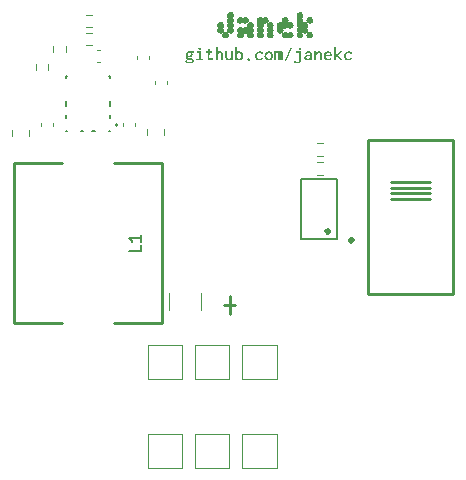
<source format=gto>
%TF.GenerationSoftware,KiCad,Pcbnew,9.0.6*%
%TF.CreationDate,2025-12-14T23:52:50+01:00*%
%TF.ProjectId,ledConnect,6c656443-6f6e-46e6-9563-742e6b696361,rev?*%
%TF.SameCoordinates,Original*%
%TF.FileFunction,Legend,Top*%
%TF.FilePolarity,Positive*%
%FSLAX46Y46*%
G04 Gerber Fmt 4.6, Leading zero omitted, Abs format (unit mm)*
G04 Created by KiCad (PCBNEW 9.0.6) date 2025-12-14 23:52:50*
%MOMM*%
%LPD*%
G01*
G04 APERTURE LIST*
%ADD10C,0.100000*%
%ADD11C,0.200000*%
%ADD12C,0.150000*%
%ADD13C,0.120000*%
%ADD14C,0.300000*%
%ADD15C,0.250000*%
G04 APERTURE END LIST*
D10*
G36*
X154653934Y-76047527D02*
G01*
X154631918Y-75935992D01*
X154568282Y-75841180D01*
X154565640Y-75838517D01*
X154605114Y-75790586D01*
X154633888Y-75735773D01*
X154653934Y-75628590D01*
X154631908Y-75515591D01*
X154568399Y-75420072D01*
X154523159Y-75383080D01*
X154470902Y-75355649D01*
X154359926Y-75334399D01*
X154247032Y-75356428D01*
X154151566Y-75419959D01*
X154114588Y-75465223D01*
X154087165Y-75517514D01*
X154065919Y-75628590D01*
X154087964Y-75740914D01*
X154151587Y-75836048D01*
X154154030Y-75838517D01*
X154114585Y-75886267D01*
X154085879Y-75940842D01*
X154065919Y-76047527D01*
X154087964Y-76159499D01*
X154151578Y-76254253D01*
X154154030Y-76256721D01*
X154114665Y-76304245D01*
X154085986Y-76358642D01*
X154065919Y-76465732D01*
X154087964Y-76577546D01*
X154151625Y-76672322D01*
X154154030Y-76674743D01*
X154114104Y-76724045D01*
X154085242Y-76779997D01*
X154065919Y-76885403D01*
X154087944Y-76998089D01*
X154151503Y-77093490D01*
X154196794Y-77130457D01*
X154249110Y-77157866D01*
X154359926Y-77179043D01*
X154472821Y-77157023D01*
X154568329Y-77093510D01*
X154605325Y-77048266D01*
X154632748Y-76996019D01*
X154653934Y-76885403D01*
X154631918Y-76773623D01*
X154568324Y-76678731D01*
X154565640Y-76676025D01*
X154605117Y-76628238D01*
X154633892Y-76573568D01*
X154653934Y-76466648D01*
X154631918Y-76354868D01*
X154568324Y-76259977D01*
X154565640Y-76257271D01*
X154605445Y-76208689D01*
X154634328Y-76153313D01*
X154653934Y-76047527D01*
G37*
G36*
X153813860Y-76885403D02*
G01*
X153791815Y-76773344D01*
X153728196Y-76678489D01*
X153725750Y-76676025D01*
X153765111Y-76628362D01*
X153793789Y-76573848D01*
X153813860Y-76466648D01*
X153791835Y-76354122D01*
X153728285Y-76258913D01*
X153682982Y-76222018D01*
X153630650Y-76194671D01*
X153519853Y-76173557D01*
X153406812Y-76195579D01*
X153311260Y-76259074D01*
X153274296Y-76304274D01*
X153246917Y-76356472D01*
X153225846Y-76466648D01*
X153247861Y-76578428D01*
X153311455Y-76673319D01*
X153314139Y-76676025D01*
X153274662Y-76723812D01*
X153245887Y-76778482D01*
X153225846Y-76885403D01*
X153247871Y-76998089D01*
X153311430Y-77093490D01*
X153356721Y-77130457D01*
X153409037Y-77157866D01*
X153519853Y-77179043D01*
X153632748Y-77157023D01*
X153728256Y-77093510D01*
X153765252Y-77048266D01*
X153792675Y-76996019D01*
X153813860Y-76885403D01*
G37*
G36*
X153939890Y-77009234D02*
G01*
X153826922Y-77031264D01*
X153731442Y-77094789D01*
X153694483Y-77140034D01*
X153667081Y-77192309D01*
X153645882Y-77303241D01*
X153667908Y-77416108D01*
X153731420Y-77511511D01*
X153776675Y-77548463D01*
X153828950Y-77575859D01*
X153939890Y-77597065D01*
X154052858Y-77575037D01*
X154148352Y-77511518D01*
X154185317Y-77466280D01*
X154212718Y-77414020D01*
X154233897Y-77303241D01*
X154211871Y-77190270D01*
X154148375Y-77094827D01*
X154103137Y-77057867D01*
X154050882Y-77030463D01*
X153939890Y-77009234D01*
G37*
G36*
X155199267Y-76344466D02*
G01*
X155311748Y-76322421D01*
X155406860Y-76258845D01*
X155409377Y-76256355D01*
X155457278Y-76295796D01*
X155512047Y-76324501D01*
X155619303Y-76344466D01*
X155732271Y-76322435D01*
X155827751Y-76258910D01*
X155864710Y-76213665D01*
X155892112Y-76161390D01*
X155913311Y-76050458D01*
X155891285Y-75937564D01*
X155827760Y-75842084D01*
X155782503Y-75805100D01*
X155730226Y-75777677D01*
X155619303Y-75756451D01*
X155507188Y-75778466D01*
X155412141Y-75842012D01*
X155409377Y-75844745D01*
X155361442Y-75805271D01*
X155306604Y-75776496D01*
X155199267Y-75756451D01*
X155086372Y-75778476D01*
X154990892Y-75842002D01*
X154953908Y-75887259D01*
X154926485Y-75939536D01*
X154905259Y-76050458D01*
X154927285Y-76163430D01*
X154990781Y-76258872D01*
X155036019Y-76295832D01*
X155088274Y-76323236D01*
X155199267Y-76344466D01*
G37*
G36*
X156333347Y-76892913D02*
G01*
X156311332Y-76780711D01*
X156247781Y-76685562D01*
X156245054Y-76682803D01*
X156284362Y-76635037D01*
X156313081Y-76580271D01*
X156333347Y-76471594D01*
X156311322Y-76358073D01*
X156247895Y-76262357D01*
X156202738Y-76225324D01*
X156150580Y-76197856D01*
X156039340Y-76176488D01*
X155926445Y-76198529D01*
X155831051Y-76262090D01*
X155794103Y-76307387D01*
X155766679Y-76359753D01*
X155745333Y-76471594D01*
X155751019Y-76530690D01*
X155767378Y-76584881D01*
X155830779Y-76680108D01*
X155833443Y-76682803D01*
X155829230Y-76687016D01*
X155781329Y-76647575D01*
X155726560Y-76618871D01*
X155619303Y-76598906D01*
X155506909Y-76620951D01*
X155411898Y-76684522D01*
X155409377Y-76687016D01*
X155361567Y-76647658D01*
X155306885Y-76618981D01*
X155199267Y-76598906D01*
X155087115Y-76619279D01*
X154991994Y-76681284D01*
X154954893Y-76725979D01*
X154927245Y-76777769D01*
X154905259Y-76890532D01*
X154927275Y-77002647D01*
X154990821Y-77097694D01*
X154993553Y-77100458D01*
X154953897Y-77147990D01*
X154925062Y-77202356D01*
X154905259Y-77307454D01*
X154927285Y-77418689D01*
X154990888Y-77512815D01*
X155036341Y-77549339D01*
X155088859Y-77576368D01*
X155199267Y-77597065D01*
X155312975Y-77575048D01*
X155408801Y-77511671D01*
X155445650Y-77466706D01*
X155472829Y-77414811D01*
X155493274Y-77307454D01*
X155471229Y-77196681D01*
X155407535Y-77102822D01*
X155405163Y-77100458D01*
X155409377Y-77096245D01*
X155455828Y-77136140D01*
X155508775Y-77165207D01*
X155619303Y-77186737D01*
X155680931Y-77178464D01*
X155737197Y-77159551D01*
X155829230Y-77096245D01*
X155833443Y-77100458D01*
X155793904Y-77147866D01*
X155765167Y-77202076D01*
X155745333Y-77307454D01*
X155767358Y-77418689D01*
X155830962Y-77512815D01*
X155876415Y-77549339D01*
X155928932Y-77576368D01*
X156039340Y-77597065D01*
X156153048Y-77575048D01*
X156248874Y-77511671D01*
X156285723Y-77466706D01*
X156312902Y-77414811D01*
X156333347Y-77307454D01*
X156311332Y-77196956D01*
X156247663Y-77103062D01*
X156245054Y-77100458D01*
X156283507Y-77055472D01*
X156311926Y-77003265D01*
X156333347Y-76892913D01*
G37*
G36*
X157088790Y-76256355D02*
G01*
X157136692Y-76295796D01*
X157191460Y-76324501D01*
X157298717Y-76344466D01*
X157411685Y-76322435D01*
X157507165Y-76258910D01*
X157544124Y-76213665D01*
X157571526Y-76161390D01*
X157592725Y-76050458D01*
X157570699Y-75937564D01*
X157507174Y-75842084D01*
X157461916Y-75805100D01*
X157409640Y-75777677D01*
X157298717Y-75756451D01*
X157186602Y-75778466D01*
X157091555Y-75842012D01*
X157088790Y-75844745D01*
X157040856Y-75805271D01*
X156986018Y-75776496D01*
X156878681Y-75756451D01*
X156765786Y-75778476D01*
X156670306Y-75842002D01*
X156633322Y-75887259D01*
X156605899Y-75939536D01*
X156584673Y-76050458D01*
X156606689Y-76162661D01*
X156670240Y-76257809D01*
X156672967Y-76260568D01*
X156633069Y-76308930D01*
X156604156Y-76363925D01*
X156584673Y-76467747D01*
X156606689Y-76577451D01*
X156670348Y-76670508D01*
X156672967Y-76673094D01*
X156632415Y-76723833D01*
X156603298Y-76781075D01*
X156584673Y-76884303D01*
X156606689Y-76995819D01*
X156670279Y-77090431D01*
X156672967Y-77093131D01*
X156633493Y-77141066D01*
X156604719Y-77195904D01*
X156584673Y-77303241D01*
X156606699Y-77416108D01*
X156670211Y-77511511D01*
X156715466Y-77548463D01*
X156767741Y-77575859D01*
X156878681Y-77597065D01*
X156991649Y-77575037D01*
X157087143Y-77511518D01*
X157124108Y-77466280D01*
X157151509Y-77414020D01*
X157172688Y-77303241D01*
X157150643Y-77190759D01*
X157087067Y-77095647D01*
X157084577Y-77093131D01*
X157123935Y-77045324D01*
X157152612Y-76990668D01*
X157172688Y-76883204D01*
X157150643Y-76770723D01*
X157087067Y-76675611D01*
X157084577Y-76673094D01*
X157124128Y-76626117D01*
X157152869Y-76572333D01*
X157172688Y-76467747D01*
X157150643Y-76357436D01*
X157084577Y-76260568D01*
X157088790Y-76256355D01*
G37*
G36*
X158012761Y-76883204D02*
G01*
X157990746Y-76771002D01*
X157927195Y-76675854D01*
X157924467Y-76673094D01*
X157963951Y-76625595D01*
X157992729Y-76571211D01*
X158012761Y-76464816D01*
X157990736Y-76352818D01*
X157927170Y-76258073D01*
X157881808Y-76221339D01*
X157829403Y-76194130D01*
X157718754Y-76173190D01*
X157605418Y-76195211D01*
X157509751Y-76258657D01*
X157472840Y-76303756D01*
X157445549Y-76355827D01*
X157424747Y-76464816D01*
X157446792Y-76576344D01*
X157510404Y-76670640D01*
X157512857Y-76673094D01*
X157472431Y-76723692D01*
X157443415Y-76780759D01*
X157424747Y-76884303D01*
X157446792Y-76996097D01*
X157510407Y-77090672D01*
X157512857Y-77093131D01*
X157473499Y-77140941D01*
X157444822Y-77195623D01*
X157424747Y-77303241D01*
X157446772Y-77416108D01*
X157510285Y-77511511D01*
X157555540Y-77548463D01*
X157607814Y-77575859D01*
X157718754Y-77597065D01*
X157831722Y-77575037D01*
X157927216Y-77511518D01*
X157964181Y-77466280D01*
X157991583Y-77414020D01*
X158012761Y-77303241D01*
X157990746Y-77191039D01*
X157927195Y-77095890D01*
X157924467Y-77093131D01*
X157963942Y-77045200D01*
X157992716Y-76990387D01*
X158012761Y-76883204D01*
G37*
G36*
X158852102Y-76887051D02*
G01*
X158830057Y-76777387D01*
X158763991Y-76680788D01*
X158768204Y-76676575D01*
X158816106Y-76716016D01*
X158870874Y-76744720D01*
X158978131Y-76764685D01*
X159090526Y-76742640D01*
X159185537Y-76679069D01*
X159188058Y-76676575D01*
X159235868Y-76715933D01*
X159290550Y-76744610D01*
X159398168Y-76764685D01*
X159511136Y-76742658D01*
X159606630Y-76679139D01*
X159643595Y-76633900D01*
X159670996Y-76581640D01*
X159692175Y-76470861D01*
X159670150Y-76357890D01*
X159606653Y-76262447D01*
X159561415Y-76225488D01*
X159509161Y-76198084D01*
X159398168Y-76176854D01*
X159285686Y-76198899D01*
X159190574Y-76262475D01*
X159188058Y-76264965D01*
X159184028Y-76260751D01*
X159223386Y-76212941D01*
X159252063Y-76158260D01*
X159272138Y-76050642D01*
X159250113Y-75937719D01*
X159186575Y-75842163D01*
X159141315Y-75805147D01*
X159089037Y-75777697D01*
X158978131Y-75756451D01*
X158865309Y-75778474D01*
X158769844Y-75842006D01*
X158732841Y-75887282D01*
X158705397Y-75939575D01*
X158684124Y-76050642D01*
X158706139Y-76162844D01*
X158769690Y-76257992D01*
X158772418Y-76260751D01*
X158768204Y-76264965D01*
X158720394Y-76225606D01*
X158665713Y-76196930D01*
X158558094Y-76176854D01*
X158445126Y-76198885D01*
X158349647Y-76262409D01*
X158312688Y-76307655D01*
X158285286Y-76359930D01*
X158264087Y-76470861D01*
X158286103Y-76582906D01*
X158349700Y-76678076D01*
X158352381Y-76680788D01*
X158312309Y-76729330D01*
X158283341Y-76784425D01*
X158264087Y-76887051D01*
X158286113Y-76997755D01*
X158349994Y-77092413D01*
X158395609Y-77129226D01*
X158448309Y-77156491D01*
X158558094Y-77177212D01*
X158670989Y-77155243D01*
X158766770Y-77091842D01*
X158803882Y-77046722D01*
X158831301Y-76994765D01*
X158852102Y-76887051D01*
G37*
G36*
X159398168Y-77009234D02*
G01*
X159285686Y-77031279D01*
X159190574Y-77094855D01*
X159188058Y-77097344D01*
X159140156Y-77057903D01*
X159085388Y-77029199D01*
X158978131Y-77009234D01*
X158865163Y-77031264D01*
X158769683Y-77094789D01*
X158732724Y-77140034D01*
X158705322Y-77192309D01*
X158684124Y-77303241D01*
X158706149Y-77416108D01*
X158769662Y-77511511D01*
X158814917Y-77548463D01*
X158867191Y-77575859D01*
X158978131Y-77597065D01*
X159090526Y-77575020D01*
X159185537Y-77511449D01*
X159188058Y-77508954D01*
X159235868Y-77548313D01*
X159290550Y-77576989D01*
X159398168Y-77597065D01*
X159511136Y-77575037D01*
X159606630Y-77511518D01*
X159643595Y-77466280D01*
X159670996Y-77414020D01*
X159692175Y-77303241D01*
X159670150Y-77190270D01*
X159606653Y-77094827D01*
X159561415Y-77057867D01*
X159509161Y-77030463D01*
X159398168Y-77009234D01*
G37*
G36*
X160348484Y-75355649D02*
G01*
X160400741Y-75383080D01*
X160445981Y-75420072D01*
X160509490Y-75515591D01*
X160531516Y-75628590D01*
X160511440Y-75736054D01*
X160482763Y-75790710D01*
X160443405Y-75838517D01*
X160445802Y-75840947D01*
X160509471Y-75936282D01*
X160531516Y-76048627D01*
X160511440Y-76156245D01*
X160482763Y-76210926D01*
X160443405Y-76258736D01*
X160447618Y-76262950D01*
X160450383Y-76260217D01*
X160545429Y-76196671D01*
X160657545Y-76174656D01*
X160768308Y-76195810D01*
X160820644Y-76223211D01*
X160865951Y-76260170D01*
X160929527Y-76355532D01*
X160951552Y-76468114D01*
X160931703Y-76574436D01*
X160902970Y-76629099D01*
X160863442Y-76676941D01*
X160865891Y-76679400D01*
X160929507Y-76773976D01*
X160951552Y-76885769D01*
X160930407Y-76996080D01*
X160902984Y-77048296D01*
X160865976Y-77093527D01*
X160770440Y-77157029D01*
X160657545Y-77179043D01*
X160550571Y-77159110D01*
X160495645Y-77130308D01*
X160447618Y-77090750D01*
X160443405Y-77094963D01*
X160445421Y-77096996D01*
X160509471Y-77192338D01*
X160531516Y-77303241D01*
X160510337Y-77414020D01*
X160482935Y-77466280D01*
X160445970Y-77511518D01*
X160350476Y-77575037D01*
X160237508Y-77597065D01*
X160126569Y-77575859D01*
X160074294Y-77548463D01*
X160029039Y-77511511D01*
X159965526Y-77416108D01*
X159943501Y-77303241D01*
X159964608Y-77193442D01*
X159993110Y-77140619D01*
X160031795Y-77094963D01*
X160029198Y-77092337D01*
X159965516Y-76997325D01*
X159943501Y-76885769D01*
X159963538Y-76779111D01*
X159992314Y-76724584D01*
X160031795Y-76676941D01*
X160031613Y-76676758D01*
X160443405Y-76676758D01*
X160447618Y-76680971D01*
X160451831Y-76676758D01*
X160447618Y-76672728D01*
X160443405Y-76676758D01*
X160031613Y-76676758D01*
X160029147Y-76674273D01*
X159965516Y-76579563D01*
X159943501Y-76468114D01*
X159963435Y-76361602D01*
X159992237Y-76306752D01*
X160031795Y-76258736D01*
X160029067Y-76255977D01*
X159965516Y-76160829D01*
X159943501Y-76048627D01*
X159963439Y-75941698D01*
X159992240Y-75886680D01*
X160031795Y-75838517D01*
X160029114Y-75835805D01*
X159965516Y-75740634D01*
X159943501Y-75628590D01*
X159964747Y-75517514D01*
X159992170Y-75465223D01*
X160029148Y-75419959D01*
X160124614Y-75356428D01*
X160237508Y-75334399D01*
X160348484Y-75355649D01*
G37*
G36*
X161188574Y-77030463D02*
G01*
X161240829Y-77057867D01*
X161286067Y-77094827D01*
X161349563Y-77190270D01*
X161371589Y-77303241D01*
X161350410Y-77414020D01*
X161323009Y-77466280D01*
X161286044Y-77511518D01*
X161190549Y-77575037D01*
X161077581Y-77597065D01*
X160966642Y-77575859D01*
X160914367Y-77548463D01*
X160869112Y-77511511D01*
X160805600Y-77416108D01*
X160783574Y-77303241D01*
X160804773Y-77192309D01*
X160832175Y-77140034D01*
X160869134Y-77094789D01*
X160964614Y-77031264D01*
X161077581Y-77009234D01*
X161188574Y-77030463D01*
G37*
G36*
X161188574Y-75777681D02*
G01*
X161240829Y-75805085D01*
X161286067Y-75842044D01*
X161349563Y-75937487D01*
X161371589Y-76050458D01*
X161350390Y-76161390D01*
X161322988Y-76213665D01*
X161286029Y-76258910D01*
X161190549Y-76322435D01*
X161077581Y-76344466D01*
X160966272Y-76323093D01*
X160914135Y-76295644D01*
X160868997Y-76258636D01*
X160805600Y-76162957D01*
X160783574Y-76049359D01*
X160804652Y-75939345D01*
X160832053Y-75887161D01*
X160869048Y-75841955D01*
X160964614Y-75778465D01*
X161077581Y-75756451D01*
X161188574Y-75777681D01*
G37*
D11*
G36*
X150929464Y-78671304D02*
G01*
X150987947Y-78692540D01*
X151041215Y-78728168D01*
X151099272Y-78694494D01*
X151160058Y-78674633D01*
X151224825Y-78667962D01*
X151235938Y-78669366D01*
X151247051Y-78670710D01*
X151265125Y-78670710D01*
X151285642Y-78810355D01*
X151255294Y-78804921D01*
X151216643Y-78800830D01*
X151165289Y-78806251D01*
X151115893Y-78822568D01*
X151136220Y-78874374D01*
X151143248Y-78934553D01*
X151138058Y-78985944D01*
X151122767Y-79033052D01*
X151097112Y-79076946D01*
X151059961Y-79118346D01*
X151016082Y-79152162D01*
X150968521Y-79176050D01*
X150916482Y-79190550D01*
X150858888Y-79195526D01*
X150811487Y-79191967D01*
X150769556Y-79181727D01*
X150740006Y-79216402D01*
X150732920Y-79237475D01*
X150739243Y-79252311D01*
X150762962Y-79265319D01*
X150798059Y-79271135D01*
X150863956Y-79273684D01*
X150915064Y-79273684D01*
X150967637Y-79273684D01*
X151060307Y-79279853D01*
X151121816Y-79295422D01*
X151160599Y-79313981D01*
X151191616Y-79336883D01*
X151215971Y-79364176D01*
X151234373Y-79395753D01*
X151245159Y-79428385D01*
X151248761Y-79462728D01*
X151243361Y-79508378D01*
X151227161Y-79551382D01*
X151199263Y-79592812D01*
X151157658Y-79633332D01*
X151110877Y-79663624D01*
X151052038Y-79686788D01*
X150978516Y-79701940D01*
X150887159Y-79707459D01*
X150791993Y-79703022D01*
X150717600Y-79691053D01*
X150660241Y-79673248D01*
X150616660Y-79650795D01*
X150576662Y-79618873D01*
X150550162Y-79585369D01*
X150534840Y-79549735D01*
X150529710Y-79510844D01*
X150533586Y-79484527D01*
X150678210Y-79484527D01*
X150684260Y-79512529D01*
X150702694Y-79535745D01*
X150737316Y-79555357D01*
X150800353Y-79572235D01*
X150883007Y-79578499D01*
X150949645Y-79574578D01*
X151000867Y-79564044D01*
X151039750Y-79548335D01*
X151075403Y-79523540D01*
X151094239Y-79497392D01*
X151100261Y-79468712D01*
X151095999Y-79443864D01*
X151083841Y-79425075D01*
X151062736Y-79410846D01*
X151029309Y-79401484D01*
X150958417Y-79398736D01*
X150931184Y-79398736D01*
X150875252Y-79397332D01*
X150754535Y-79391898D01*
X150708387Y-79424358D01*
X150685216Y-79454721D01*
X150678210Y-79484527D01*
X150533586Y-79484527D01*
X150535424Y-79472048D01*
X150553104Y-79433898D01*
X150584904Y-79395177D01*
X150634551Y-79355200D01*
X150611007Y-79328047D01*
X150597048Y-79296790D01*
X150592236Y-79260068D01*
X150599033Y-79217633D01*
X150620721Y-79173184D01*
X150660990Y-79125062D01*
X150618298Y-79084773D01*
X150588765Y-79040115D01*
X150570997Y-78990152D01*
X150564881Y-78933332D01*
X150566456Y-78918128D01*
X150713381Y-78918128D01*
X150718065Y-78955148D01*
X150731827Y-78987903D01*
X150755207Y-79017534D01*
X150785152Y-79040521D01*
X150818375Y-79054112D01*
X150856018Y-79058750D01*
X150893662Y-79054112D01*
X150926885Y-79040521D01*
X150956830Y-79017534D01*
X150980210Y-78987903D01*
X150993972Y-78955148D01*
X150998656Y-78918128D01*
X150994034Y-78881023D01*
X150980475Y-78848245D01*
X150957501Y-78818660D01*
X150927966Y-78795660D01*
X150894979Y-78782041D01*
X150857362Y-78777383D01*
X150819739Y-78782010D01*
X150786280Y-78795608D01*
X150755879Y-78818660D01*
X150732098Y-78848340D01*
X150718130Y-78881112D01*
X150713381Y-78918128D01*
X150566456Y-78918128D01*
X150570442Y-78879665D01*
X150586806Y-78830766D01*
X150614261Y-78785451D01*
X150654091Y-78742944D01*
X150700965Y-78708263D01*
X150751046Y-78683843D01*
X150805085Y-78669090D01*
X150864078Y-78664054D01*
X150929464Y-78671304D01*
G37*
G36*
X151477983Y-78824277D02*
G01*
X151477983Y-78687501D01*
X151816381Y-78687501D01*
X151816381Y-79293224D01*
X151992236Y-79293224D01*
X151992236Y-79430000D01*
X151468579Y-79430000D01*
X151468579Y-79293224D01*
X151656158Y-79293224D01*
X151656158Y-78824277D01*
X151477983Y-78824277D01*
G37*
G36*
X151663058Y-78544192D02*
G01*
X151646170Y-78522643D01*
X151636147Y-78498415D01*
X151632711Y-78470614D01*
X151636147Y-78442813D01*
X151646170Y-78418584D01*
X151663058Y-78397035D01*
X151684816Y-78380379D01*
X151709330Y-78370461D01*
X151737491Y-78367055D01*
X151765669Y-78370513D01*
X151790435Y-78380630D01*
X151812657Y-78397707D01*
X151830081Y-78419695D01*
X151840281Y-78443727D01*
X151843736Y-78470614D01*
X151840284Y-78497462D01*
X151830086Y-78521496D01*
X151812657Y-78543520D01*
X151790435Y-78560598D01*
X151765669Y-78570714D01*
X151737491Y-78574173D01*
X151709330Y-78570766D01*
X151684816Y-78560848D01*
X151663058Y-78544192D01*
G37*
G36*
X152434621Y-78687501D02*
G01*
X152448421Y-78489603D01*
X152607911Y-78463653D01*
X152614750Y-78477330D01*
X152618841Y-78495099D01*
X152616765Y-78512868D01*
X152611331Y-78526484D01*
X152607911Y-78533323D01*
X152591730Y-78683593D01*
X152829501Y-78683593D01*
X152829501Y-78824277D01*
X152586296Y-78824277D01*
X152578157Y-78949845D01*
X152575488Y-79071085D01*
X152575488Y-79143808D01*
X152575488Y-79186978D01*
X152575488Y-79201327D01*
X152588988Y-79243216D01*
X152610181Y-79270714D01*
X152639358Y-79287253D01*
X152679291Y-79293224D01*
X152723034Y-79287111D01*
X152773731Y-79266951D01*
X152833592Y-79228804D01*
X152855451Y-79213722D01*
X152907414Y-79346346D01*
X152895141Y-79355872D01*
X152833932Y-79394256D01*
X152772504Y-79420819D01*
X152710222Y-79436500D01*
X152646318Y-79441723D01*
X152585215Y-79436057D01*
X152534964Y-79420151D01*
X152493378Y-79394780D01*
X152458984Y-79359535D01*
X152440061Y-79327469D01*
X152426195Y-79289743D01*
X152417587Y-79251938D01*
X152415265Y-79227522D01*
X152415265Y-79159684D01*
X152418240Y-79002935D01*
X152427721Y-78824277D01*
X152255041Y-78824277D01*
X152255041Y-78687501D01*
X152434621Y-78687501D01*
G37*
G36*
X153254972Y-79430000D02*
G01*
X153092306Y-79430000D01*
X153092306Y-78355331D01*
X153263154Y-78355331D01*
X153268649Y-78368886D01*
X153268649Y-78379694D01*
X153265348Y-78396431D01*
X153254972Y-78412362D01*
X153254972Y-78413766D01*
X153254972Y-78780680D01*
X153308065Y-78731411D01*
X153362515Y-78697988D01*
X153419159Y-78678417D01*
X153479248Y-78671870D01*
X153525635Y-78675884D01*
X153568681Y-78687710D01*
X153609124Y-78707407D01*
X153644997Y-78734238D01*
X153674013Y-78767227D01*
X153696685Y-78807119D01*
X153711412Y-78849279D01*
X153721546Y-78907090D01*
X153725383Y-78984684D01*
X153725383Y-79430000D01*
X153569068Y-79430000D01*
X153569068Y-78993721D01*
X153564098Y-78926947D01*
X153551439Y-78882178D01*
X153533408Y-78853281D01*
X153509367Y-78832866D01*
X153481429Y-78820682D01*
X153448351Y-78816461D01*
X153403956Y-78823300D01*
X153357126Y-78845099D01*
X153315120Y-78875607D01*
X153286540Y-78905061D01*
X153269618Y-78933062D01*
X153258854Y-78967922D01*
X153254972Y-79011428D01*
X153254972Y-79430000D01*
G37*
G36*
X153917847Y-79102592D02*
G01*
X153917847Y-78691409D01*
X154078070Y-78691409D01*
X154078070Y-79098379D01*
X154081416Y-79160409D01*
X154090172Y-79205550D01*
X154102800Y-79237597D01*
X154126026Y-79271114D01*
X154153733Y-79294051D01*
X154186656Y-79307911D01*
X154226386Y-79312763D01*
X154270437Y-79306408D01*
X154313642Y-79286812D01*
X154351166Y-79257163D01*
X154378855Y-79221233D01*
X154393245Y-79189063D01*
X154402796Y-79147102D01*
X154406332Y-79092883D01*
X154406332Y-78691409D01*
X154566556Y-78691409D01*
X154566556Y-79346835D01*
X154568471Y-79380551D01*
X154573394Y-79404110D01*
X154581577Y-79430000D01*
X154411828Y-79430000D01*
X154409080Y-79412475D01*
X154406332Y-79361245D01*
X154360972Y-79400234D01*
X154311956Y-79427488D01*
X154258428Y-79443916D01*
X154199153Y-79449539D01*
X154146316Y-79444932D01*
X154096947Y-79431318D01*
X154050226Y-79408567D01*
X154008644Y-79377709D01*
X153974792Y-79340160D01*
X153948072Y-79295177D01*
X153932770Y-79251896D01*
X153921999Y-79189585D01*
X153917847Y-79102592D01*
G37*
G36*
X154930294Y-78368032D02*
G01*
X154929562Y-78388670D01*
X154920891Y-78402470D01*
X154913869Y-78406622D01*
X154913869Y-78407965D01*
X154913869Y-78409370D01*
X154913869Y-78765048D01*
X154958267Y-78725736D01*
X155006841Y-78698185D01*
X155060512Y-78681510D01*
X155120621Y-78675778D01*
X155182271Y-78681954D01*
X155239127Y-78700191D01*
X155292422Y-78730836D01*
X155343004Y-78775245D01*
X155382806Y-78827389D01*
X155412192Y-78889837D01*
X155430862Y-78964651D01*
X155437526Y-79054476D01*
X155430658Y-79147692D01*
X155411396Y-79225544D01*
X155381056Y-79290717D01*
X155339951Y-79345308D01*
X155287692Y-79391816D01*
X155232412Y-79423924D01*
X155173213Y-79443052D01*
X155108775Y-79449539D01*
X155045946Y-79443405D01*
X154990215Y-79425595D01*
X154940090Y-79396181D01*
X154894574Y-79354162D01*
X154861479Y-79430000D01*
X154751203Y-79430000D01*
X154751203Y-79040860D01*
X154912465Y-79040860D01*
X154916617Y-79173606D01*
X154929882Y-79221867D01*
X154950227Y-79255347D01*
X154977189Y-79277592D01*
X155026840Y-79298227D01*
X155077329Y-79304947D01*
X155107056Y-79302729D01*
X155136557Y-79296032D01*
X155165797Y-79284407D01*
X155199206Y-79265258D01*
X155228546Y-79237949D01*
X155253733Y-79194794D01*
X155269197Y-79142986D01*
X155274860Y-79076397D01*
X155269160Y-78999193D01*
X155253733Y-78939621D01*
X155228084Y-78889529D01*
X155198534Y-78858899D01*
X155164475Y-78837446D01*
X155135886Y-78825376D01*
X155107141Y-78818666D01*
X155078672Y-78816461D01*
X155031492Y-78822497D01*
X154988790Y-78840397D01*
X154953408Y-78868603D01*
X154930233Y-78903961D01*
X154917940Y-78950026D01*
X154912465Y-79040860D01*
X154751203Y-79040860D01*
X154751203Y-78351423D01*
X154926142Y-78351423D01*
X154930294Y-78368032D01*
G37*
G36*
X155818117Y-79295239D02*
G01*
X155842639Y-79276679D01*
X155869772Y-79265704D01*
X155900427Y-79261960D01*
X155931058Y-79265755D01*
X155958400Y-79276928D01*
X155983347Y-79295910D01*
X156003023Y-79320290D01*
X156014474Y-79346700D01*
X156018335Y-79376022D01*
X156014461Y-79405277D01*
X156003002Y-79431413D01*
X155983347Y-79455340D01*
X155958447Y-79473920D01*
X155931102Y-79484887D01*
X155900427Y-79488618D01*
X155869772Y-79484874D01*
X155842639Y-79473899D01*
X155818117Y-79455340D01*
X155798906Y-79431465D01*
X155787669Y-79405326D01*
X155783862Y-79376022D01*
X155787707Y-79345788D01*
X155798982Y-79319179D01*
X155818117Y-79295239D01*
G37*
G36*
X157106987Y-78821896D02*
G01*
X157115169Y-78835512D01*
X157009900Y-78958428D01*
X156993475Y-78947498D01*
X156978454Y-78927714D01*
X156975706Y-78909274D01*
X156977110Y-78902435D01*
X156953846Y-78874530D01*
X156934799Y-78859310D01*
X156896388Y-78837650D01*
X156852515Y-78821808D01*
X156804797Y-78816461D01*
X156743620Y-78823737D01*
X156690964Y-78844802D01*
X156644818Y-78879965D01*
X156617248Y-78913560D01*
X156597338Y-78952349D01*
X156584941Y-78997339D01*
X156580582Y-79049897D01*
X156585090Y-79105117D01*
X156597971Y-79152966D01*
X156618741Y-79194745D01*
X156647566Y-79231430D01*
X156683285Y-79261989D01*
X156722449Y-79283493D01*
X156765796Y-79296546D01*
X156814384Y-79301039D01*
X156865076Y-79295851D01*
X156911392Y-79280577D01*
X156954419Y-79254953D01*
X156994879Y-79217814D01*
X157011243Y-79200045D01*
X157105582Y-79310687D01*
X157093309Y-79324426D01*
X157043986Y-79369936D01*
X156991150Y-79404618D01*
X156934250Y-79429326D01*
X156872475Y-79444378D01*
X156804797Y-79449539D01*
X156723974Y-79442338D01*
X156652071Y-79421471D01*
X156587364Y-79387233D01*
X156528620Y-79338836D01*
X156480287Y-79280104D01*
X156446043Y-79215198D01*
X156425140Y-79142855D01*
X156417916Y-79061315D01*
X156425161Y-78979727D01*
X156446092Y-78907621D01*
X156480334Y-78843189D01*
X156528620Y-78785137D01*
X156587218Y-78737701D01*
X156652906Y-78703838D01*
X156727077Y-78683015D01*
X156811636Y-78675778D01*
X156873611Y-78680178D01*
X156930295Y-78693005D01*
X156982545Y-78714002D01*
X157030596Y-78743119D01*
X157071873Y-78778932D01*
X157106987Y-78821896D01*
G37*
G36*
X157673041Y-78678474D02*
G01*
X157736618Y-78697864D01*
X157795562Y-78730184D01*
X157850828Y-78776589D01*
X157895106Y-78831866D01*
X157927333Y-78896546D01*
X157947547Y-78972462D01*
X157954692Y-79062048D01*
X157947650Y-79148655D01*
X157927596Y-79223079D01*
X157895387Y-79287481D01*
X157850828Y-79343476D01*
X157795528Y-79390318D01*
X157735939Y-79423063D01*
X157671042Y-79442793D01*
X157599380Y-79449539D01*
X157525767Y-79442598D01*
X157458853Y-79422267D01*
X157397171Y-79388468D01*
X157339689Y-79340057D01*
X157292655Y-79282074D01*
X157259245Y-79217794D01*
X157238807Y-79145951D01*
X157231734Y-79064795D01*
X157232508Y-79055819D01*
X157395865Y-79055819D01*
X157400046Y-79113459D01*
X157411860Y-79162486D01*
X157430606Y-79204341D01*
X157456132Y-79240162D01*
X157488679Y-79270959D01*
X157523062Y-79292084D01*
X157559853Y-79304613D01*
X157599930Y-79308855D01*
X157649386Y-79302033D01*
X157694327Y-79281665D01*
X157736278Y-79246329D01*
X157760644Y-79213605D01*
X157778751Y-79174013D01*
X157790322Y-79126159D01*
X157794469Y-79068276D01*
X157790074Y-79004514D01*
X157777927Y-78952799D01*
X157759136Y-78910948D01*
X157734141Y-78877217D01*
X157690729Y-78840580D01*
X157644692Y-78819563D01*
X157594495Y-78812554D01*
X157543427Y-78819634D01*
X157497398Y-78840712D01*
X157454788Y-78877217D01*
X157429960Y-78910967D01*
X157411632Y-78951096D01*
X157400005Y-78998851D01*
X157395865Y-79055819D01*
X157232508Y-79055819D01*
X157238849Y-78982275D01*
X157259420Y-78909075D01*
X157293047Y-78843460D01*
X157340361Y-78784160D01*
X157398308Y-78734512D01*
X157460686Y-78699856D01*
X157528561Y-78678998D01*
X157603471Y-78671870D01*
X157673041Y-78678474D01*
G37*
G36*
X158213590Y-79430000D02*
G01*
X158065090Y-79430000D01*
X158065090Y-78691409D01*
X158214933Y-78691409D01*
X158214933Y-78725725D01*
X158255363Y-78695320D01*
X158297838Y-78677738D01*
X158343588Y-78671870D01*
X158388260Y-78677087D01*
X158424613Y-78691841D01*
X158454551Y-78715950D01*
X158479021Y-78750760D01*
X158512055Y-78715961D01*
X158549321Y-78691695D01*
X158591678Y-78676973D01*
X158640526Y-78671870D01*
X158683855Y-78676236D01*
X158719449Y-78688536D01*
X158748938Y-78708320D01*
X158773333Y-78736167D01*
X158790789Y-78769149D01*
X158802908Y-78817524D01*
X158807588Y-78886498D01*
X158807588Y-78912449D01*
X158807588Y-79431953D01*
X158655181Y-79431953D01*
X158655181Y-78920509D01*
X158655181Y-78879354D01*
X158652700Y-78841265D01*
X158646938Y-78820430D01*
X158628731Y-78799430D01*
X158607004Y-78793014D01*
X158578854Y-78797378D01*
X158556370Y-78809917D01*
X158538128Y-78831360D01*
X158514741Y-78876545D01*
X158510589Y-78917639D01*
X158510589Y-79430000D01*
X158358182Y-79430000D01*
X158358182Y-78928691D01*
X158358182Y-78896024D01*
X158356565Y-78861813D01*
X158352808Y-78842840D01*
X158341626Y-78821070D01*
X158325992Y-78808945D01*
X158304631Y-78804738D01*
X158281517Y-78809891D01*
X158258673Y-78826610D01*
X158235022Y-78859265D01*
X158219254Y-78898853D01*
X158213590Y-78949146D01*
X158213590Y-79430000D01*
G37*
G36*
X159070516Y-79506509D02*
G01*
X158937892Y-79439586D01*
X159462892Y-78345439D01*
X159598203Y-78410957D01*
X159070516Y-79506509D01*
G37*
G36*
X159882257Y-78828185D02*
G01*
X159882257Y-78687501D01*
X160317986Y-78687501D01*
X160317986Y-79364603D01*
X160313349Y-79444434D01*
X160300923Y-79505519D01*
X160282449Y-79551632D01*
X160251813Y-79599674D01*
X160213563Y-79638980D01*
X160166983Y-79670396D01*
X160115182Y-79693153D01*
X160061023Y-79706772D01*
X160003768Y-79711367D01*
X159944108Y-79706609D01*
X159891113Y-79692876D01*
X159843624Y-79670533D01*
X159800759Y-79639339D01*
X159761967Y-79598466D01*
X159751038Y-79586071D01*
X159849467Y-79455218D01*
X159867175Y-79468834D01*
X159880120Y-79484466D01*
X159884944Y-79498754D01*
X159884944Y-79504188D01*
X159919729Y-79539028D01*
X159961257Y-79559623D01*
X160011767Y-79566775D01*
X160055229Y-79561485D01*
X160090174Y-79546553D01*
X160118596Y-79522097D01*
X160141399Y-79486542D01*
X160152944Y-79448983D01*
X160157763Y-79384509D01*
X160157763Y-78828185D01*
X159882257Y-78828185D01*
G37*
G36*
X160134316Y-78470614D02*
G01*
X160137765Y-78443723D01*
X160147947Y-78419690D01*
X160165334Y-78397707D01*
X160187556Y-78380630D01*
X160212322Y-78370513D01*
X160240500Y-78367055D01*
X160268702Y-78370463D01*
X160293235Y-78380382D01*
X160314994Y-78397035D01*
X160331882Y-78418584D01*
X160341905Y-78442813D01*
X160345341Y-78470614D01*
X160341895Y-78497466D01*
X160331716Y-78521500D01*
X160314323Y-78543520D01*
X160292100Y-78560594D01*
X160267314Y-78570712D01*
X160239096Y-78574173D01*
X160211802Y-78570815D01*
X160187481Y-78560942D01*
X160165334Y-78544192D01*
X160148044Y-78522595D01*
X160137816Y-78498369D01*
X160134316Y-78470614D01*
G37*
G36*
X161027987Y-78681670D02*
G01*
X161092763Y-78698081D01*
X161145998Y-78723760D01*
X161189673Y-78758387D01*
X161225043Y-78802601D01*
X161245918Y-78847143D01*
X161259631Y-78904333D01*
X161264672Y-78977295D01*
X161264672Y-79431526D01*
X161113424Y-79431526D01*
X161113424Y-79370648D01*
X161054509Y-79405608D01*
X160994373Y-79430065D01*
X160932427Y-79444646D01*
X160867960Y-79449539D01*
X160808014Y-79445103D01*
X160756191Y-79432471D01*
X160711149Y-79412256D01*
X160671833Y-79384509D01*
X160638064Y-79349301D01*
X160614875Y-79311894D01*
X160601097Y-79271652D01*
X160596423Y-79227583D01*
X160597222Y-79220622D01*
X160756646Y-79220622D01*
X160760462Y-79245146D01*
X160771960Y-79267413D01*
X160792306Y-79288278D01*
X160817620Y-79303387D01*
X160849944Y-79313121D01*
X160891163Y-79316671D01*
X160941211Y-79312151D01*
X160987295Y-79298859D01*
X161030298Y-79276723D01*
X161070865Y-79245047D01*
X161095753Y-79213660D01*
X161110870Y-79176347D01*
X161116172Y-79131352D01*
X161116172Y-79105645D01*
X161110676Y-79105645D01*
X161022871Y-79105645D01*
X160924567Y-79108502D01*
X160870586Y-79115109D01*
X160817098Y-79133732D01*
X160784063Y-79157791D01*
X160763205Y-79188715D01*
X160756646Y-79220622D01*
X160597222Y-79220622D01*
X160601585Y-79182615D01*
X160617116Y-79139792D01*
X160643867Y-79098135D01*
X160678769Y-79062663D01*
X160723750Y-79032247D01*
X160780643Y-79007032D01*
X160847402Y-78989881D01*
X160946011Y-78977568D01*
X161085947Y-78972777D01*
X161110676Y-78972777D01*
X161110676Y-78968747D01*
X161107773Y-78920121D01*
X161100417Y-78887421D01*
X161090160Y-78866348D01*
X161069611Y-78844204D01*
X161041618Y-78827564D01*
X161004245Y-78816616D01*
X160954788Y-78812554D01*
X160893427Y-78817686D01*
X160841212Y-78832252D01*
X160796474Y-78855599D01*
X160757990Y-78887903D01*
X160741564Y-78905427D01*
X160658155Y-78798082D01*
X160670490Y-78785870D01*
X160727105Y-78738213D01*
X160791323Y-78704137D01*
X160864636Y-78683115D01*
X160949110Y-78675778D01*
X161027987Y-78681670D01*
G37*
G36*
X161627616Y-79430000D02*
G01*
X161464951Y-79430000D01*
X161464951Y-78691409D01*
X161627616Y-78691409D01*
X161627616Y-78781107D01*
X161680736Y-78731625D01*
X161735193Y-78698075D01*
X161791826Y-78678437D01*
X161851892Y-78671870D01*
X161898280Y-78675884D01*
X161941326Y-78687710D01*
X161981769Y-78707407D01*
X162017642Y-78734238D01*
X162046658Y-78767227D01*
X162069330Y-78807119D01*
X162084057Y-78849279D01*
X162094190Y-78907090D01*
X162098028Y-78984684D01*
X162098028Y-79430000D01*
X161941713Y-79430000D01*
X161941713Y-78993721D01*
X161936742Y-78926947D01*
X161924084Y-78882178D01*
X161906053Y-78853281D01*
X161882048Y-78832871D01*
X161854113Y-78820685D01*
X161820996Y-78816461D01*
X161776601Y-78823300D01*
X161729771Y-78845099D01*
X161687764Y-78875607D01*
X161659185Y-78905061D01*
X161642263Y-78933062D01*
X161631499Y-78967922D01*
X161627616Y-79011428D01*
X161627616Y-79430000D01*
G37*
G36*
X162700424Y-78679081D02*
G01*
X162766606Y-78700390D01*
X162828742Y-78736228D01*
X162868024Y-78771475D01*
X162900143Y-78815887D01*
X162925240Y-78871000D01*
X162942742Y-78938949D01*
X162948808Y-78980991D01*
X162950924Y-79027976D01*
X162948176Y-79080000D01*
X162946833Y-79097829D01*
X162424031Y-79097829D01*
X162434674Y-79155298D01*
X162451860Y-79200155D01*
X162474737Y-79234831D01*
X162503227Y-79261106D01*
X162549686Y-79287659D01*
X162599377Y-79303488D01*
X162653375Y-79308855D01*
X162705921Y-79303934D01*
X162751986Y-79289739D01*
X162792856Y-79266490D01*
X162829413Y-79233567D01*
X162843091Y-79217447D01*
X162937247Y-79307512D01*
X162924973Y-79322716D01*
X162881880Y-79366567D01*
X162833174Y-79400448D01*
X162778084Y-79425019D01*
X162715449Y-79440293D01*
X162643789Y-79445631D01*
X162563205Y-79438936D01*
X162492381Y-79419676D01*
X162429570Y-79388397D01*
X162373473Y-79344698D01*
X162336045Y-79302446D01*
X162306721Y-79254445D01*
X162285222Y-79199870D01*
X162271763Y-79137597D01*
X162267044Y-79066261D01*
X162271826Y-78989321D01*
X162276807Y-78964961D01*
X162430870Y-78964961D01*
X162792594Y-78964961D01*
X162792594Y-78960931D01*
X162787084Y-78919108D01*
X162770932Y-78882552D01*
X162743440Y-78849862D01*
X162708431Y-78825036D01*
X162667994Y-78809978D01*
X162620586Y-78804738D01*
X162580769Y-78808851D01*
X162542337Y-78821238D01*
X162504570Y-78842473D01*
X162473314Y-78871354D01*
X162448642Y-78911263D01*
X162430870Y-78964961D01*
X162276807Y-78964961D01*
X162285362Y-78923118D01*
X162306773Y-78866048D01*
X162335661Y-78816771D01*
X162372130Y-78774269D01*
X162427760Y-78729349D01*
X162488298Y-78697683D01*
X162554809Y-78678470D01*
X162628768Y-78671870D01*
X162700424Y-78679081D01*
G37*
G36*
X163135572Y-79430000D02*
G01*
X163135572Y-78351423D01*
X163307152Y-78351423D01*
X163311427Y-78367848D01*
X163311427Y-78383602D01*
X163307946Y-78395204D01*
X163299275Y-78403386D01*
X163295795Y-78407477D01*
X163295795Y-78410225D01*
X163295795Y-78414316D01*
X163295795Y-79000743D01*
X163639872Y-78682250D01*
X163650741Y-78684937D01*
X163680435Y-78689732D01*
X163732623Y-78691775D01*
X163826840Y-78691775D01*
X163490518Y-78992561D01*
X163870621Y-79430000D01*
X163825497Y-79430000D01*
X163814567Y-79430000D01*
X163676448Y-79435495D01*
X163665518Y-79436838D01*
X163370228Y-79067726D01*
X163294391Y-79137458D01*
X163294391Y-79430000D01*
X163135572Y-79430000D01*
G37*
G36*
X164642367Y-78821896D02*
G01*
X164650549Y-78835512D01*
X164545280Y-78958428D01*
X164528855Y-78947498D01*
X164513834Y-78927714D01*
X164511086Y-78909274D01*
X164512491Y-78902435D01*
X164489227Y-78874530D01*
X164470180Y-78859310D01*
X164431769Y-78837650D01*
X164387896Y-78821808D01*
X164340177Y-78816461D01*
X164279000Y-78823737D01*
X164226344Y-78844802D01*
X164180198Y-78879965D01*
X164152628Y-78913560D01*
X164132719Y-78952349D01*
X164120321Y-78997339D01*
X164115963Y-79049897D01*
X164120470Y-79105117D01*
X164133352Y-79152966D01*
X164154122Y-79194745D01*
X164182946Y-79231430D01*
X164218665Y-79261989D01*
X164257829Y-79283493D01*
X164301176Y-79296546D01*
X164349764Y-79301039D01*
X164400457Y-79295851D01*
X164446772Y-79280577D01*
X164489799Y-79254953D01*
X164530259Y-79217814D01*
X164546624Y-79200045D01*
X164640963Y-79310687D01*
X164628689Y-79324426D01*
X164579367Y-79369936D01*
X164526530Y-79404618D01*
X164469630Y-79429326D01*
X164407856Y-79444378D01*
X164340177Y-79449539D01*
X164259355Y-79442338D01*
X164187451Y-79421471D01*
X164122744Y-79387233D01*
X164064000Y-79338836D01*
X164015667Y-79280104D01*
X163981423Y-79215198D01*
X163960520Y-79142855D01*
X163953297Y-79061315D01*
X163960541Y-78979727D01*
X163981473Y-78907621D01*
X164015715Y-78843189D01*
X164064000Y-78785137D01*
X164122598Y-78737701D01*
X164188286Y-78703838D01*
X164262457Y-78683015D01*
X164347016Y-78675778D01*
X164408991Y-78680178D01*
X164465675Y-78693005D01*
X164517925Y-78714002D01*
X164565976Y-78743119D01*
X164607253Y-78778932D01*
X164642367Y-78821896D01*
G37*
D12*
X146737319Y-95086666D02*
X146737319Y-95562856D01*
X146737319Y-95562856D02*
X145737319Y-95562856D01*
X146737319Y-94229523D02*
X146737319Y-94800951D01*
X146737319Y-94515237D02*
X145737319Y-94515237D01*
X145737319Y-94515237D02*
X145880176Y-94610475D01*
X145880176Y-94610475D02*
X145975414Y-94705713D01*
X145975414Y-94705713D02*
X146023033Y-94800951D01*
D13*
%TO.C,TP6*%
X155360000Y-111050000D02*
X158260000Y-111050000D01*
X155360000Y-113950000D02*
X155360000Y-111050000D01*
X158260000Y-111050000D02*
X158260000Y-113950000D01*
X158260000Y-113950000D02*
X155360000Y-113950000D01*
%TO.C,Cout1*%
X149122500Y-100601252D02*
X149122500Y-99178748D01*
X151842500Y-100601252D02*
X151842500Y-99178748D01*
%TO.C,Cinx1*%
X145222500Y-84723733D02*
X145222500Y-85016267D01*
X146242500Y-84723733D02*
X146242500Y-85016267D01*
%TO.C,TP3*%
X147360000Y-111050000D02*
X150260000Y-111050000D01*
X147360000Y-113950000D02*
X147360000Y-111050000D01*
X150260000Y-111050000D02*
X150260000Y-113950000D01*
X150260000Y-113950000D02*
X147360000Y-113950000D01*
%TO.C,Rt1*%
X139360000Y-78774724D02*
X139360000Y-78265276D01*
X140405000Y-78774724D02*
X140405000Y-78265276D01*
%TO.C,Cinx2*%
X138342500Y-84753733D02*
X138342500Y-85046267D01*
X139362500Y-84753733D02*
X139362500Y-85046267D01*
D12*
%TO.C,U2*%
X140432500Y-80770000D02*
X140432500Y-80910000D01*
X140432500Y-82900000D02*
X140432500Y-83290000D01*
X140432500Y-84050000D02*
X140432500Y-84300000D01*
X140432500Y-85410000D02*
X140432500Y-85470000D01*
X140432500Y-85470000D02*
X140522500Y-85470000D01*
X140502500Y-80770000D02*
X140432500Y-80770000D01*
X141692500Y-85470000D02*
X141902500Y-85470000D01*
X142662500Y-85470000D02*
X142872500Y-85470000D01*
X144042500Y-85470000D02*
X144132500Y-85470000D01*
X144132500Y-80770000D02*
X144062500Y-80770000D01*
X144132500Y-80910000D02*
X144132500Y-80770000D01*
X144132500Y-83290000D02*
X144132500Y-82900000D01*
X144132500Y-84300000D02*
X144132500Y-84050000D01*
X144132500Y-85470000D02*
X144132500Y-85410000D01*
D11*
X144782500Y-84920000D02*
G75*
G02*
X144582500Y-84920000I-100000J0D01*
G01*
X144582500Y-84920000D02*
G75*
G02*
X144782500Y-84920000I100000J0D01*
G01*
X144782500Y-84920000D02*
G75*
G02*
X144582500Y-84920000I-100000J0D01*
G01*
X144582500Y-84920000D02*
G75*
G02*
X144782500Y-84920000I100000J0D01*
G01*
D12*
%TO.C,Q1*%
X160292500Y-89497500D02*
X163332500Y-89497500D01*
X160292500Y-94557500D02*
X160292500Y-89497500D01*
X163332500Y-89497500D02*
X163332500Y-94557500D01*
X163332500Y-94557500D02*
X160292500Y-94557500D01*
D14*
X162732500Y-93937500D02*
G75*
G02*
X162432500Y-93937500I-150000J0D01*
G01*
X162432500Y-93937500D02*
G75*
G02*
X162732500Y-93937500I150000J0D01*
G01*
X164732500Y-94677500D02*
G75*
G02*
X164432500Y-94677500I-150000J0D01*
G01*
X164432500Y-94677500D02*
G75*
G02*
X164732500Y-94677500I150000J0D01*
G01*
D13*
%TO.C,R1*%
X161657776Y-88077500D02*
X162167224Y-88077500D01*
X161657776Y-89122500D02*
X162167224Y-89122500D01*
D15*
%TO.C,L1*%
X135982500Y-88170000D02*
X140052500Y-88170000D01*
X135982500Y-101670000D02*
X135982500Y-88170000D01*
X135982500Y-101670000D02*
X140052500Y-101670000D01*
X144512500Y-88170000D02*
X148582500Y-88170000D01*
X144512500Y-101670000D02*
X148582500Y-101670000D01*
X148582500Y-88170000D02*
X148582500Y-101670000D01*
D13*
%TO.C,TP5*%
X151360000Y-103550000D02*
X154260000Y-103550000D01*
X151360000Y-106450000D02*
X151360000Y-103550000D01*
X154260000Y-103550000D02*
X154260000Y-106450000D01*
X154260000Y-106450000D02*
X151360000Y-106450000D01*
%TO.C,Cbias1*%
X146472500Y-79366267D02*
X146472500Y-79073733D01*
X147492500Y-79366267D02*
X147492500Y-79073733D01*
%TO.C,Cin2*%
X135837500Y-85308748D02*
X135837500Y-85831252D01*
X137307500Y-85308748D02*
X137307500Y-85831252D01*
%TO.C,Cboot1*%
X147972500Y-81466267D02*
X147972500Y-81173733D01*
X148992500Y-81466267D02*
X148992500Y-81173733D01*
D15*
%TO.C,SW1*%
X166012500Y-86200000D02*
X166012500Y-99200000D01*
X171262500Y-89780000D02*
X167962500Y-89780000D01*
X171262500Y-90290000D02*
X167962500Y-90290000D01*
X171262500Y-90670000D02*
X167962500Y-90670000D01*
X171262500Y-91180000D02*
X167962500Y-91180000D01*
X173212500Y-86200000D02*
X166012500Y-86200000D01*
X173212500Y-86200000D02*
X173212500Y-99200000D01*
X173212500Y-99200000D02*
X166012500Y-99200000D01*
D13*
%TO.C,Rreset1*%
X137860000Y-80254724D02*
X137860000Y-79745276D01*
X138905000Y-80254724D02*
X138905000Y-79745276D01*
%TO.C,TP2*%
X151350000Y-111050000D02*
X154250000Y-111050000D01*
X151350000Y-113950000D02*
X151350000Y-111050000D01*
X154250000Y-111050000D02*
X154250000Y-113950000D01*
X154250000Y-113950000D02*
X151350000Y-113950000D01*
%TO.C,TP4*%
X155360000Y-103550000D02*
X158260000Y-103550000D01*
X155360000Y-106450000D02*
X155360000Y-103550000D01*
X158260000Y-103550000D02*
X158260000Y-106450000D01*
X158260000Y-106450000D02*
X155360000Y-106450000D01*
D15*
%TO.C,C1*%
X153762500Y-100200000D02*
X154772500Y-100200000D01*
X154272500Y-99440000D02*
X154272500Y-100960000D01*
D13*
%TO.C,Cin1*%
X147247500Y-85258748D02*
X147247500Y-85781252D01*
X148717500Y-85258748D02*
X148717500Y-85781252D01*
%TO.C,Cvcc1*%
X143328767Y-78610000D02*
X143036233Y-78610000D01*
X143328767Y-79630000D02*
X143036233Y-79630000D01*
%TO.C,R2*%
X162167224Y-86477500D02*
X161657776Y-86477500D01*
X162167224Y-87522500D02*
X161657776Y-87522500D01*
%TO.C,Rfbb1*%
X142115276Y-77097500D02*
X142624724Y-77097500D01*
X142115276Y-78142500D02*
X142624724Y-78142500D01*
%TO.C,TP1*%
X147360000Y-103550000D02*
X150260000Y-103550000D01*
X147360000Y-106450000D02*
X147360000Y-103550000D01*
X150260000Y-103550000D02*
X150260000Y-106450000D01*
X150260000Y-106450000D02*
X147360000Y-106450000D01*
%TO.C,Rfbt1*%
X142637224Y-75597500D02*
X142127776Y-75597500D01*
X142637224Y-76642500D02*
X142127776Y-76642500D01*
%TD*%
M02*

</source>
